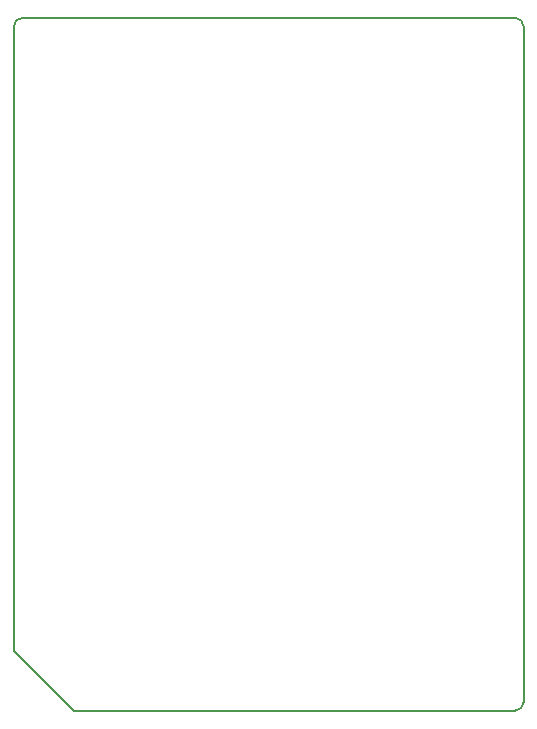
<source format=gbr>
G04 #@! TF.FileFunction,Profile,NP*
%FSLAX46Y46*%
G04 Gerber Fmt 4.6, Leading zero omitted, Abs format (unit mm)*
G04 Created by KiCad (PCBNEW 4.0.7) date Tuesday, April 30, 2019 'PMt' 04:55:04 PM*
%MOMM*%
%LPD*%
G01*
G04 APERTURE LIST*
%ADD10C,0.100000*%
%ADD11C,0.150000*%
G04 APERTURE END LIST*
D10*
D11*
X119126000Y-109982000D02*
X124206000Y-115062000D01*
X161544000Y-115062000D02*
G75*
G03X162306000Y-114300000I0J762000D01*
G01*
X162306000Y-57150000D02*
G75*
G03X161544000Y-56388000I-762000J0D01*
G01*
X119888000Y-56388000D02*
G75*
G03X119126000Y-57150000I0J-762000D01*
G01*
X124206000Y-115062000D02*
X161544000Y-115062000D01*
X119126000Y-57150000D02*
X119126000Y-109982000D01*
X161544000Y-56388000D02*
X119888000Y-56388000D01*
X162306000Y-114300000D02*
X162306000Y-57150000D01*
M02*

</source>
